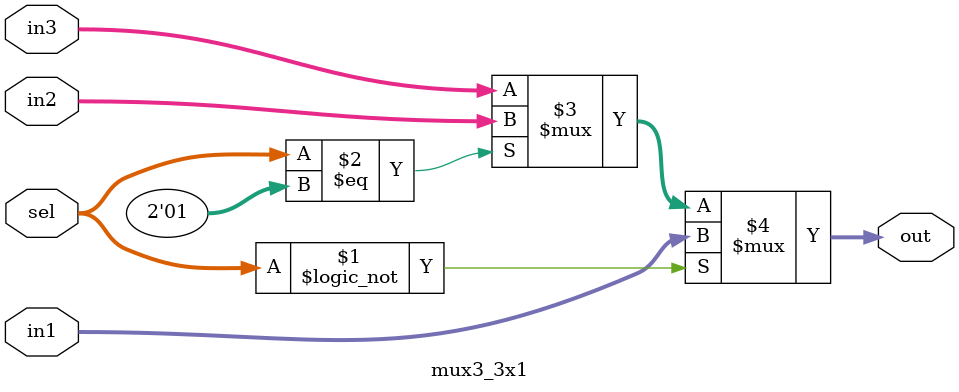
<source format=v>
module mux3_3x1(
	input wire [2:0] in1,
	input wire [2:0] in2,
	input wire [2:0] in3,
	input wire [1:0] sel,
	output wire [2:0] out
);

assign out = (sel == 0) ? in1 : (sel == 1) ? in2 : in3;
endmodule	
</source>
